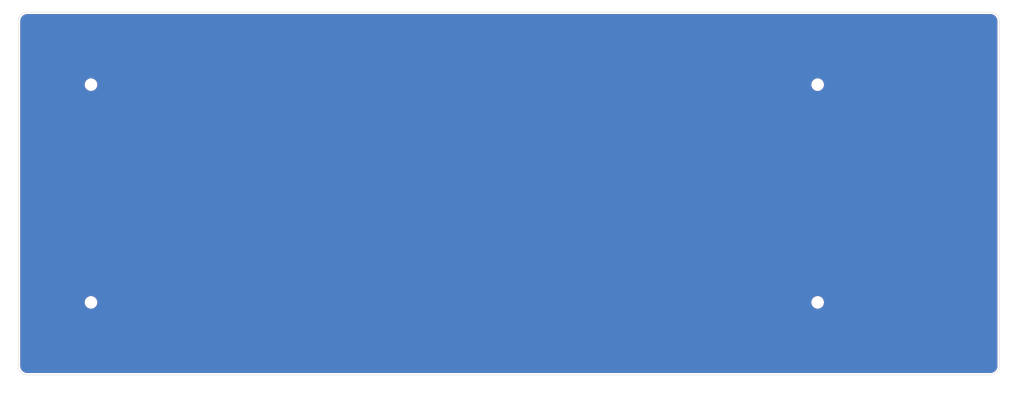
<source format=kicad_pcb>
(kicad_pcb (version 20211014) (generator pcbnew)
  (layers (0 "F.Cu" signal) (31 "B.Cu" signal) (34 "B.Paste" user) (35 "F.Paste" user) (36 "B.SilkS" user "B.Silkscreen") (37 "F.SilkS" user "F.Silkscreen") (38 "B.Mask" user) (39 "F.Mask" user) (44 "Edge.Cuts" user))
  (net 0 "")
  (footprint "" (layer "F.Cu") (at 230.4587 120.7952)
    (fp_text reference "" (at 0 0) (layer "F.SilkS") (effects (font (size 1.27 1.27))))
    (fp_text value "" (at 0 0) (layer "F.SilkS") (effects (font (size 1.27 1.27))))
    (pad "" np_thru_hole circle (at 0 0) (size 2.3 2.3) (drill 2.3) (layers *.Cu *.Mask))
  )
  (footprint "" (layer "F.Cu") (at 39.9587 120.7952)
    (fp_text reference "" (at 0 0) (layer "F.SilkS") (effects (font (size 1.27 1.27))))
    (fp_text value "" (at 0 0) (layer "F.SilkS") (effects (font (size 1.27 1.27))))
    (pad "" np_thru_hole circle (at 0 0) (size 2.3 2.3) (drill 2.3) (layers *.Cu *.Mask))
  )
  (footprint "" (layer "F.Cu") (at 230.4587 63.6452)
    (fp_text reference "" (at 0 0) (layer "F.SilkS") (effects (font (size 1.27 1.27))))
    (fp_text value "" (at 0 0) (layer "F.SilkS") (effects (font (size 1.27 1.27))))
    (pad "" np_thru_hole circle (at 0 0) (size 2.3 2.3) (drill 2.3) (layers *.Cu *.Mask))
  )
  (footprint "" (layer "F.Cu") (at 39.9587 63.6452)
    (fp_text reference "" (at 0 0) (layer "F.SilkS") (effects (font (size 1.27 1.27))))
    (fp_text value "" (at 0 0) (layer "F.SilkS") (effects (font (size 1.27 1.27))))
    (pad "" np_thru_hole circle (at 0 0) (size 2.3 2.3) (drill 2.3) (layers *.Cu *.Mask))
  )
  (gr_line (start 23.28995 139.8452) (end 275.70245 139.8452) (layer "Edge.Cuts") (width 0.1))
  (gr_line (start 20.9087 118.41395) (end 20.9087 46.97645) (layer "Edge.Cuts") (width 0.1))
  (gr_arc (start 275.70245 44.5952) (mid 277.386233 45.292667) (end 278.0837 46.97645) (layer "Edge.Cuts") (width 0.1))
  (gr_line (start 278.0837 121.58895) (end 278.0837 118.41395) (layer "Edge.Cuts") (width 0.1))
  (gr_arc (start 20.9087 46.97645) (mid 21.606152 45.292652) (end 23.28995 44.5952) (layer "Edge.Cuts") (width 0.1))
  (gr_line (start 278.0837 46.97645) (end 278.0837 118.41395) (layer "Edge.Cuts") (width 0.1))
  (gr_line (start 20.9087 121.58895) (end 20.9087 137.46395) (layer "Edge.Cuts") (width 0.1))
  (gr_arc (start 278.0837 137.46395) (mid 277.386233 139.147733) (end 275.70245 139.8452) (layer "Edge.Cuts") (width 0.1))
  (gr_arc (start 23.28995 139.8452) (mid 21.606152 139.147748) (end 20.9087 137.46395) (layer "Edge.Cuts") (width 0.1))
  (gr_line (start 20.9087 118.41395) (end 20.9087 121.58895) (layer "Edge.Cuts") (width 0.1))
  (gr_line (start 23.28995 44.5952) (end 275.70245 44.5952) (layer "Edge.Cuts") (width 0.1))
  (gr_line (start 278.0837 121.58895) (end 278.0837 137.46395) (layer "Edge.Cuts") (width 0.1))
  (zone (net 0) (net_name "") (layer "F.Cu") (connect_pads (clearance 0.508)) (min_thickness 0.254) (fill yes (thermal_gap 0.508) (thermal_bridge_width 0.508))
    (polygon (pts (xy 284.5775 144.6075) (xy 16.29 143.02) (xy 16.29 41.42) (xy 284.5775 41.42)))
  )
  (zone (net 0) (net_name "") (layer "B.Cu") (connect_pads (clearance 0.508)) (min_thickness 0.254) (fill yes (thermal_gap 0.508) (thermal_bridge_width 0.508))
    (polygon (pts (xy 284.5775 144.6075) (xy 16.29 143.02) (xy 16.29 41.42) (xy 284.5775 41.42)))
  )
)
</source>
